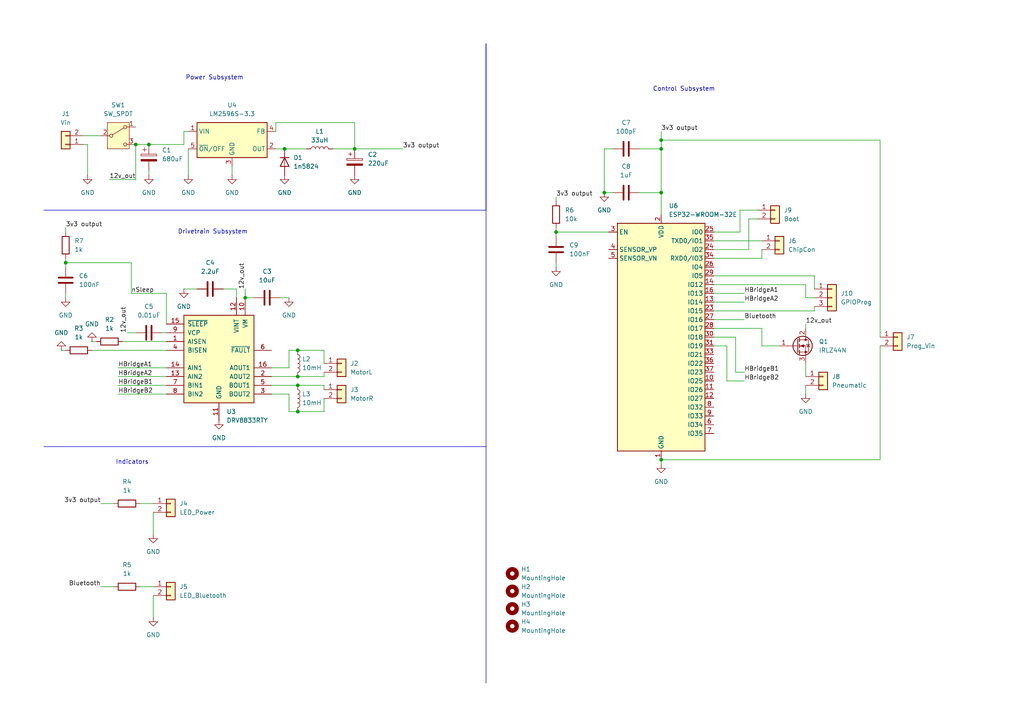
<source format=kicad_sch>
(kicad_sch (version 20231120) (generator "eeschema") (generator_version "8.0")
  (paper "A4")
  (lib_symbols
    (symbol "Connector_Generic:Conn_01x02" (pin_names (offset 1.016) hide)
      (property "Reference" "J" (at 0 2.54 0))
      (property "Value" "Conn_01x02" (at 0 -5.08 0))
      (symbol "Conn_01x02_1_1"
        (rectangle (start -1.27 -2.413) (end 0 -2.667) (stroke (width 0.1524)))
        (rectangle (start -1.27 0.127) (end 0 -0.127) (stroke (width 0.1524)))
        (rectangle (start -1.27 1.27) (end 1.27 -3.81) (stroke (width 0.254)) (fill (type background)))
        (pin passive line (at -5.08 0 0) (length 3.81) (name "Pin_1") (number "1"))
        (pin passive line (at -5.08 -2.54 0) (length 3.81) (name "Pin_2") (number "2"))
      )
    )
    (symbol "Connector_Generic:Conn_01x03" (pin_names (offset 1.016) hide)
      (property "Reference" "J" (at 0 5.08 0))
      (property "Value" "Conn_01x03" (at 0 -5.08 0))
      (symbol "Conn_01x03_1_1"
        (rectangle (start -1.27 -2.413) (end 0 -2.667) (stroke (width 0.1524)))
        (rectangle (start -1.27 0.127) (end 0 -0.127) (stroke (width 0.1524)))
        (rectangle (start -1.27 2.667) (end 0 2.413) (stroke (width 0.1524)))
        (rectangle (start -1.27 3.81) (end 1.27 -3.81) (stroke (width 0.254)) (fill (type background)))
        (pin passive line (at -5.08 2.54 0) (length 3.81) (name "Pin_1") (number "1"))
        (pin passive line (at -5.08 0 0) (length 3.81) (name "Pin_2") (number "2"))
        (pin passive line (at -5.08 -2.54 0) (length 3.81) (name "Pin_3") (number "3"))
      )
    )
    (symbol "Device:C" (pin_numbers hide) (pin_names (offset 0.254))
      (property "Reference" "C" (at 0.635 2.54 0))
      (property "Value" "C" (at 0.635 -2.54 0))
      (symbol "C_0_1"
        (polyline (pts (xy -2.032 -0.762) (xy 2.032 -0.762)) (stroke (width 0.508)))
        (polyline (pts (xy -2.032 0.762) (xy 2.032 0.762)) (stroke (width 0.508)))
      )
      (symbol "C_1_1"
        (pin passive line (at 0 3.81 270) (length 2.794) (name "~") (number "1"))
        (pin passive line (at 0 -3.81 90) (length 2.794) (name "~") (number "2"))
      )
    )
    (symbol "Device:C_Polarized" (pin_numbers hide) (pin_names (offset 0.254))
      (property "Reference" "C" (at 0.635 2.54 0))
      (property "Value" "C_Polarized" (at 0.635 -2.54 0))
      (symbol "C_Polarized_0_1"
        (rectangle (start -2.286 0.508) (end 2.286 1.016))
        (polyline (pts (xy -1.778 2.286) (xy -0.762 2.286)))
        (polyline (pts (xy -1.27 2.794) (xy -1.27 1.778)))
        (rectangle (start 2.286 -0.508) (end -2.286 -1.016) (fill (type outline)))
      )
      (symbol "C_Polarized_1_1"
        (pin passive line (at 0 3.81 270) (length 2.794) (name "~") (number "1"))
        (pin passive line (at 0 -3.81 90) (length 2.794) (name "~") (number "2"))
      )
    )
    (symbol "Device:D" (pin_numbers hide) (pin_names (offset 1.016) hide)
      (property "Reference" "D" (at 0 2.54 0))
      (property "Value" "D" (at 0 -2.54 0))
      (symbol "D_0_1"
        (polyline (pts (xy -1.27 1.27) (xy -1.27 -1.27)) (stroke (width 0.254)))
        (polyline (pts (xy 1.27 0) (xy -1.27 0)))
        (polyline (pts (xy 1.27 1.27) (xy 1.27 -1.27) (xy -1.27 0) (xy 1.27 1.27)) (stroke (width 0.254)))
      )
      (symbol "D_1_1"
        (pin passive line (at -3.81 0 0) (length 2.54) (name "K") (number "1"))
        (pin passive line (at 3.81 0 180) (length 2.54) (name "A") (number "2"))
      )
    )
    (symbol "Device:L" (pin_numbers hide) (pin_names (offset 1.016) hide)
      (property "Reference" "L" (at -1.27 0 90))
      (property "Value" "L" (at 1.905 0 90))
      (symbol "L_0_1"
        (arc (start 0 -2.54) (mid 0.6323 -1.905) (end 0 -1.27))
        (arc (start 0 -1.27) (mid 0.6323 -0.635) (end 0 0))
        (arc (start 0 0) (mid 0.6323 0.635) (end 0 1.27))
        (arc (start 0 1.27) (mid 0.6323 1.905) (end 0 2.54))
      )
      (symbol "L_1_1"
        (pin passive line (at 0 3.81 270) (length 1.27) (name "1") (number "1"))
        (pin passive line (at 0 -3.81 90) (length 1.27) (name "2") (number "2"))
      )
    )
    (symbol "Device:R" (pin_numbers hide) (pin_names (offset 0))
      (property "Reference" "R" (at 2.032 0 90))
      (property "Value" "R" (at 0 0 90))
      (symbol "R_0_1"
        (rectangle (start -1.016 -2.54) (end 1.016 2.54) (stroke (width 0.254)))
      )
      (symbol "R_1_1"
        (pin passive line (at 0 3.81 270) (length 1.27) (name "~") (number "1"))
        (pin passive line (at 0 -3.81 90) (length 1.27) (name "~") (number "2"))
      )
    )
    (symbol "Driver_Motor:DRV8833RTY" (pin_names (offset 1.016))
      (property "Reference" "U" (at -3.81 16.51 0))
      (property "Value" "DRV8833RTY" (at -3.81 13.97 0))
      (symbol "DRV8833RTY_0_1"
        (rectangle (start -10.16 12.7) (end 10.16 -12.7) (stroke (width 0.254)) (fill (type background)))
      )
      (symbol "DRV8833RTY_1_1"
        (pin bidirectional line (at -15.24 5.08 0) (length 5.08) (name "AISEN") (number "1"))
        (pin power_in line (at 7.62 17.78 270) (length 5.08) (name "VM") (number "10"))
        (pin power_in line (at 0 -17.78 90) (length 5.08) (name "GND") (number "11"))
        (pin power_in line (at 5.08 17.78 270) (length 5.08) (name "VINT") (number "12"))
        (pin input line (at -15.24 -5.08 0) (length 5.08) (name "AIN2") (number "13"))
        (pin input line (at -15.24 -2.54 0) (length 5.08) (name "AIN1") (number "14"))
        (pin input line (at -15.24 10.16 0) (length 5.08) (name "~{SLEEP}") (number "15"))
        (pin power_out line (at 15.24 -2.54 180) (length 5.08) (name "AOUT1") (number "16"))
        (pin passive line (at 0 -17.78 90) (length 5.08) hide (name "GND") (number "17"))
        (pin power_out line (at 15.24 -5.08 180) (length 5.08) (name "AOUT2") (number "2"))
        (pin power_out line (at 15.24 -10.16 180) (length 5.08) (name "BOUT2") (number "3"))
        (pin bidirectional line (at -15.24 2.54 0) (length 5.08) (name "BISEN") (number "4"))
        (pin power_out line (at 15.24 -7.62 180) (length 5.08) (name "BOUT1") (number "5"))
        (pin open_collector line (at 15.24 2.54 180) (length 5.08) (name "~{FAULT}") (number "6"))
        (pin input line (at -15.24 -7.62 0) (length 5.08) (name "BIN1") (number "7"))
        (pin input line (at -15.24 -10.16 0) (length 5.08) (name "BIN2") (number "8"))
        (pin bidirectional line (at -15.24 7.62 0) (length 5.08) (name "VCP") (number "9"))
      )
    )
    (symbol "Mechanical:MountingHole" (pin_names (offset 1.016)) (exclude_from_sim yes) (in_bom no)
      (property "Reference" "H" (at 0 5.08 0))
      (property "Value" "MountingHole" (at 0 3.175 0))
      (symbol "MountingHole_0_1"
        (circle (center 0 0) (radius 1.27) (stroke (width 1.27)))
      )
    )
    (symbol "RF_Module:ESP32-WROOM-32E"
      (property "Reference" "U" (at -12.7 34.29 0))
      (property "Value" "ESP32-WROOM-32E" (at 1.27 34.29 0))
      (symbol "ESP32-WROOM-32E_0_1"
        (rectangle (start -12.7 33.02) (end 12.7 -33.02) (stroke (width 0.254)) (fill (type background)))
      )
      (symbol "ESP32-WROOM-32E_1_1"
        (pin power_in line (at 0 -35.56 90) (length 2.54) (name "GND") (number "1"))
        (pin bidirectional line (at 15.24 -12.7 180) (length 2.54) (name "IO25") (number "10"))
        (pin bidirectional line (at 15.24 -15.24 180) (length 2.54) (name "IO26") (number "11"))
        (pin bidirectional line (at 15.24 -17.78 180) (length 2.54) (name "IO27") (number "12"))
        (pin bidirectional line (at 15.24 10.16 180) (length 2.54) (name "IO14") (number "13"))
        (pin bidirectional line (at 15.24 15.24 180) (length 2.54) (name "IO12") (number "14"))
        (pin passive line (at 0 -35.56 90) (length 2.54) hide (name "GND") (number "15"))
        (pin bidirectional line (at 15.24 12.7 180) (length 2.54) (name "IO13") (number "16"))
        (pin no_connect line (at -12.7 -5.08 0) (length 2.54) hide (name "NC") (number "17"))
        (pin no_connect line (at -12.7 -7.62 0) (length 2.54) hide (name "NC") (number "18"))
        (pin no_connect line (at -12.7 -12.7 0) (length 2.54) hide (name "NC") (number "19"))
        (pin power_in line (at 0 35.56 270) (length 2.54) (name "VDD") (number "2"))
        (pin no_connect line (at -12.7 -10.16 0) (length 2.54) hide (name "NC") (number "20"))
        (pin no_connect line (at -12.7 0 0) (length 2.54) hide (name "NC") (number "21"))
        (pin no_connect line (at -12.7 -2.54 0) (length 2.54) hide (name "NC") (number "22"))
        (pin bidirectional line (at 15.24 7.62 180) (length 2.54) (name "IO15") (number "23"))
        (pin bidirectional line (at 15.24 25.4 180) (length 2.54) (name "IO2") (number "24"))
        (pin bidirectional line (at 15.24 30.48 180) (length 2.54) (name "IO0") (number "25"))
        (pin bidirectional line (at 15.24 20.32 180) (length 2.54) (name "IO4") (number "26"))
        (pin bidirectional line (at 15.24 5.08 180) (length 2.54) (name "IO16") (number "27"))
        (pin bidirectional line (at 15.24 2.54 180) (length 2.54) (name "IO17") (number "28"))
        (pin bidirectional line (at 15.24 17.78 180) (length 2.54) (name "IO5") (number "29"))
        (pin input line (at -15.24 30.48 0) (length 2.54) (name "EN") (number "3"))
        (pin bidirectional line (at 15.24 0 180) (length 2.54) (name "IO18") (number "30"))
        (pin bidirectional line (at 15.24 -2.54 180) (length 2.54) (name "IO19") (number "31"))
        (pin no_connect line (at -12.7 -27.94 0) (length 2.54) hide (name "NC") (number "32"))
        (pin bidirectional line (at 15.24 -5.08 180) (length 2.54) (name "IO21") (number "33"))
        (pin bidirectional line (at 15.24 22.86 180) (length 2.54) (name "RXD0/IO3") (number "34"))
        (pin bidirectional line (at 15.24 27.94 180) (length 2.54) (name "TXD0/IO1") (number "35"))
        (pin bidirectional line (at 15.24 -7.62 180) (length 2.54) (name "IO22") (number "36"))
        (pin bidirectional line (at 15.24 -10.16 180) (length 2.54) (name "IO23") (number "37"))
        (pin passive line (at 0 -35.56 90) (length 2.54) hide (name "GND") (number "38"))
        (pin passive line (at 0 -35.56 90) (length 2.54) hide (name "GND") (number "39"))
        (pin input line (at -15.24 25.4 0) (length 2.54) (name "SENSOR_VP") (number "4"))
        (pin input line (at -15.24 22.86 0) (length 2.54) (name "SENSOR_VN") (number "5"))
        (pin input line (at 15.24 -25.4 180) (length 2.54) (name "IO34") (number "6"))
        (pin input line (at 15.24 -27.94 180) (length 2.54) (name "IO35") (number "7"))
        (pin bidirectional line (at 15.24 -20.32 180) (length 2.54) (name "IO32") (number "8"))
        (pin bidirectional line (at 15.24 -22.86 180) (length 2.54) (name "IO33") (number "9"))
      )
    )
    (symbol "Regulator_Switching:LM2596S-3.3"
      (property "Reference" "U" (at -10.16 6.35 0))
      (property "Value" "LM2596S-3.3" (at 0 6.35 0))
      (symbol "LM2596S-3.3_0_1"
        (rectangle (start -10.16 5.08) (end 10.16 -5.08) (stroke (width 0.254)) (fill (type background)))
      )
      (symbol "LM2596S-3.3_1_1"
        (pin power_in line (at -12.7 2.54 0) (length 2.54) (name "VIN") (number "1"))
        (pin output line (at 12.7 -2.54 180) (length 2.54) (name "OUT") (number "2"))
        (pin power_in line (at 0 -7.62 90) (length 2.54) (name "GND") (number "3"))
        (pin input line (at 12.7 2.54 180) (length 2.54) (name "FB") (number "4"))
        (pin input line (at -12.7 -2.54 0) (length 2.54) (name "~{ON}/OFF") (number "5"))
      )
    )
    (symbol "Switch:SW_SPDT" (pin_names (offset 0) hide)
      (property "Reference" "SW" (at 0 5.08 0))
      (property "Value" "SW_SPDT" (at 0 -5.08 0))
      (symbol "SW_SPDT_0_1"
        (circle (center -2.032 0) (radius 0.4572))
        (polyline (pts (xy -1.651 0.254) (xy 1.651 2.286)))
        (circle (center 2.032 -2.54) (radius 0.4572))
        (circle (center 2.032 2.54) (radius 0.4572))
      )
      (symbol "SW_SPDT_1_1"
        (rectangle (start -3.175 3.81) (end 3.175 -3.81) (fill (type background)))
        (pin passive line (at 5.08 2.54 180) (length 2.54) (name "A") (number "1"))
        (pin passive line (at -5.08 0 0) (length 2.54) (name "B") (number "2"))
        (pin passive line (at 5.08 -2.54 180) (length 2.54) (name "C") (number "3"))
      )
    )
    (symbol "Transistor_FET:IRLZ44N" (pin_names hide)
      (property "Reference" "Q" (at 5.08 1.905 0))
      (property "Value" "IRLZ44N" (at 5.08 0 0))
      (symbol "IRLZ44N_0_1"
        (polyline (pts (xy 0.254 0) (xy -2.54 0)))
        (polyline (pts (xy 0.254 1.905) (xy 0.254 -1.905)) (stroke (width 0.254)))
        (polyline (pts (xy 0.762 -1.27) (xy 0.762 -2.286)) (stroke (width 0.254)))
        (polyline (pts (xy 0.762 0.508) (xy 0.762 -0.508)) (stroke (width 0.254)))
        (polyline (pts (xy 0.762 2.286) (xy 0.762 1.27)) (stroke (width 0.254)))
        (polyline (pts (xy 2.54 2.54) (xy 2.54 1.778)))
        (polyline (pts (xy 2.54 -2.54) (xy 2.54 0) (xy 0.762 0)))
        (polyline (pts (xy 0.762 -1.778) (xy 3.302 -1.778) (xy 3.302 1.778) (xy 0.762 1.778)))
        (polyline (pts (xy 1.016 0) (xy 2.032 0.381) (xy 2.032 -0.381) (xy 1.016 0)) (fill (type outline)))
        (polyline (pts (xy 2.794 0.508) (xy 2.921 0.381) (xy 3.683 0.381) (xy 3.81 0.254)))
        (polyline (pts (xy 3.302 0.381) (xy 2.921 -0.254) (xy 3.683 -0.254) (xy 3.302 0.381)))
        (circle (center 1.651 0) (radius 2.794) (stroke (width 0.254)))
        (circle (center 2.54 -1.778) (radius 0.254) (fill (type outline)))
        (circle (center 2.54 1.778) (radius 0.254) (fill (type outline)))
      )
      (symbol "IRLZ44N_1_1"
        (pin input line (at -5.08 0 0) (length 2.54) (name "G") (number "1"))
        (pin passive line (at 2.54 5.08 270) (length 2.54) (name "D") (number "2"))
        (pin passive line (at 2.54 -5.08 90) (length 2.54) (name "S") (number "3"))
      )
    )
    (symbol "power:GND" (power) (pin_numbers hide) (pin_names (offset 0) hide)
      (property "Value" "GND" (at 0 -3.81 0))
      (symbol "GND_0_1"
        (polyline (pts (xy 0 0) (xy 0 -1.27) (xy 1.27 -1.27) (xy 0 -2.54) (xy -1.27 -1.27) (xy 0 -1.27)))
      )
      (symbol "GND_1_1"
        (pin power_in line (at 0 0 270) (length 0) (name "~") (number "1"))
      )
    )
  )
  (junction (at 102.87 43.18))
  (junction (at 86.36 109.22))
  (junction (at 191.77 43.18))
  (junction (at 161.29 67.31))
  (junction (at 82.55 43.18))
  (junction (at 19.05 76.2))
  (junction (at 191.77 40.64))
  (junction (at 86.36 111.76))
  (junction (at 175.26 55.88))
  (junction (at 191.77 133.35))
  (junction (at 86.36 101.6))
  (junction (at 71.12 86.36))
  (junction (at 191.77 55.88))
  (junction (at 39.37 41.91))
  (junction (at 86.36 119.38))
  (junction (at 43.18 41.91))
  (wire (pts (xy 233.68 111.76) (xy 233.68 114.3)))
  (wire (pts (xy 233.68 105.41) (xy 233.68 109.22)))
  (wire (pts (xy 175.26 43.18) (xy 175.26 55.88)))
  (wire (pts (xy 96.52 43.18) (xy 102.87 43.18)))
  (wire (pts (xy 233.68 93.98) (xy 233.68 95.25)))
  (wire (pts (xy 34.29 109.22) (xy 48.26 109.22)))
  (wire (pts (xy 26.67 99.06) (xy 27.94 99.06)))
  (wire (pts (xy 34.29 106.68) (xy 48.26 106.68)))
  (wire (pts (xy 161.29 76.2) (xy 161.29 77.47)))
  (wire (pts (xy 83.82 101.6) (xy 83.82 106.68)))
  (wire (pts (xy 93.98 111.76) (xy 93.98 113.03)))
  (wire (pts (xy 233.68 86.36) (xy 236.22 86.36)))
  (wire (pts (xy 38.1 85.09) (xy 48.26 85.09)))
  (wire (pts (xy 86.36 119.38) (xy 83.82 119.38)))
  (wire (pts (xy 43.18 49.53) (xy 43.18 50.8)))
  (wire (pts (xy 207.01 82.55) (xy 233.68 82.55)))
  (polyline (pts (xy 140.97 12.7) (xy 140.97 198.12)))
  (wire (pts (xy 19.05 74.93) (xy 19.05 76.2)))
  (wire (pts (xy 80.01 43.18) (xy 82.55 43.18)))
  (wire (pts (xy 40.64 170.18) (xy 44.45 170.18)))
  (wire (pts (xy 233.68 82.55) (xy 233.68 86.36)))
  (wire (pts (xy 213.36 97.79) (xy 213.36 107.95)))
  (wire (pts (xy 102.87 35.56) (xy 102.87 43.18)))
  (wire (pts (xy 185.42 55.88) (xy 191.77 55.88)))
  (wire (pts (xy 210.82 110.49) (xy 215.9 110.49)))
  (wire (pts (xy 83.82 86.36) (xy 81.28 86.36)))
  (wire (pts (xy 80.01 35.56) (xy 102.87 35.56)))
  (wire (pts (xy 93.98 119.38) (xy 86.36 119.38)))
  (wire (pts (xy 24.13 39.37) (xy 29.21 39.37)))
  (wire (pts (xy 40.64 146.05) (xy 44.45 146.05)))
  (wire (pts (xy 207.01 95.25) (xy 220.98 95.25)))
  (wire (pts (xy 19.05 85.09) (xy 19.05 86.36)))
  (wire (pts (xy 78.74 111.76) (xy 86.36 111.76)))
  (wire (pts (xy 191.77 38.1) (xy 191.77 40.64)))
  (wire (pts (xy 39.37 41.91) (xy 39.37 52.07)))
  (wire (pts (xy 17.78 101.6) (xy 19.05 101.6)))
  (wire (pts (xy 207.01 72.39) (xy 217.17 72.39)))
  (wire (pts (xy 102.87 43.18) (xy 116.84 43.18)))
  (wire (pts (xy 207.01 90.17) (xy 236.22 90.17)))
  (wire (pts (xy 255.27 133.35) (xy 255.27 100.33)))
  (wire (pts (xy 86.36 111.76) (xy 93.98 111.76)))
  (wire (pts (xy 220.98 100.33) (xy 226.06 100.33)))
  (wire (pts (xy 86.36 101.6) (xy 83.82 101.6)))
  (wire (pts (xy 207.01 92.71) (xy 215.9 92.71)))
  (wire (pts (xy 78.74 109.22) (xy 86.36 109.22)))
  (wire (pts (xy 93.98 105.41) (xy 93.98 101.6)))
  (wire (pts (xy 214.63 60.96) (xy 219.71 60.96)))
  (polyline (pts (xy 12.7 129.54) (xy 140.97 129.54)))
  (wire (pts (xy 236.22 80.01) (xy 236.22 83.82)))
  (wire (pts (xy 44.45 148.59) (xy 44.45 154.94)))
  (wire (pts (xy 207.01 80.01) (xy 236.22 80.01)))
  (wire (pts (xy 34.29 111.76) (xy 48.26 111.76)))
  (wire (pts (xy 34.29 114.3) (xy 48.26 114.3)))
  (wire (pts (xy 207.01 74.93) (xy 220.98 74.93)))
  (wire (pts (xy 207.01 85.09) (xy 215.9 85.09)))
  (wire (pts (xy 175.26 55.88) (xy 177.8 55.88)))
  (wire (pts (xy 19.05 66.04) (xy 19.05 67.31)))
  (wire (pts (xy 36.83 96.52) (xy 39.37 96.52)))
  (wire (pts (xy 213.36 107.95) (xy 215.9 107.95)))
  (wire (pts (xy 39.37 52.07) (xy 31.75 52.07)))
  (wire (pts (xy 93.98 115.57) (xy 93.98 119.38)))
  (wire (pts (xy 220.98 74.93) (xy 220.98 72.39)))
  (wire (pts (xy 210.82 100.33) (xy 210.82 110.49)))
  (polyline (pts (xy 140.97 12.7) (xy 140.97 60.96)))
  (wire (pts (xy 191.77 133.35) (xy 255.27 133.35)))
  (wire (pts (xy 29.21 146.05) (xy 33.02 146.05)))
  (wire (pts (xy 161.29 57.15) (xy 161.29 58.42)))
  (wire (pts (xy 93.98 109.22) (xy 93.98 107.95)))
  (polyline (pts (xy 12.7 60.96) (xy 140.97 60.96)))
  (wire (pts (xy 54.61 43.18) (xy 54.61 50.8)))
  (wire (pts (xy 191.77 43.18) (xy 191.77 55.88)))
  (wire (pts (xy 44.45 172.72) (xy 44.45 179.07)))
  (wire (pts (xy 161.29 66.04) (xy 161.29 67.31)))
  (wire (pts (xy 191.77 133.35) (xy 191.77 134.62)))
  (wire (pts (xy 207.01 69.85) (xy 220.98 69.85)))
  (wire (pts (xy 214.63 67.31) (xy 214.63 60.96)))
  (wire (pts (xy 83.82 106.68) (xy 78.74 106.68)))
  (wire (pts (xy 83.82 119.38) (xy 83.82 114.3)))
  (wire (pts (xy 191.77 40.64) (xy 255.27 40.64)))
  (wire (pts (xy 53.34 83.82) (xy 57.15 83.82)))
  (wire (pts (xy 191.77 55.88) (xy 191.77 62.23)))
  (wire (pts (xy 53.34 38.1) (xy 53.34 41.91)))
  (wire (pts (xy 207.01 67.31) (xy 214.63 67.31)))
  (wire (pts (xy 39.37 41.91) (xy 43.18 41.91)))
  (wire (pts (xy 207.01 97.79) (xy 213.36 97.79)))
  (wire (pts (xy 220.98 95.25) (xy 220.98 100.33)))
  (wire (pts (xy 53.34 41.91) (xy 43.18 41.91)))
  (wire (pts (xy 35.56 99.06) (xy 48.26 99.06)))
  (wire (pts (xy 217.17 72.39) (xy 217.17 63.5)))
  (wire (pts (xy 93.98 101.6) (xy 86.36 101.6)))
  (wire (pts (xy 185.42 43.18) (xy 191.77 43.18)))
  (wire (pts (xy 26.67 101.6) (xy 48.26 101.6)))
  (wire (pts (xy 207.01 87.63) (xy 215.9 87.63)))
  (wire (pts (xy 19.05 76.2) (xy 19.05 77.47)))
  (wire (pts (xy 217.17 63.5) (xy 219.71 63.5)))
  (wire (pts (xy 86.36 109.22) (xy 93.98 109.22)))
  (wire (pts (xy 82.55 43.18) (xy 88.9 43.18)))
  (wire (pts (xy 207.01 100.33) (xy 210.82 100.33)))
  (wire (pts (xy 83.82 114.3) (xy 78.74 114.3)))
  (wire (pts (xy 161.29 67.31) (xy 161.29 68.58)))
  (wire (pts (xy 80.01 35.56) (xy 80.01 38.1)))
  (wire (pts (xy 177.8 43.18) (xy 175.26 43.18)))
  (wire (pts (xy 71.12 86.36) (xy 73.66 86.36)))
  (wire (pts (xy 68.58 83.82) (xy 68.58 86.36)))
  (wire (pts (xy 48.26 85.09) (xy 48.26 93.98)))
  (wire (pts (xy 255.27 40.64) (xy 255.27 97.79)))
  (wire (pts (xy 236.22 90.17) (xy 236.22 88.9)))
  (wire (pts (xy 38.1 76.2) (xy 19.05 76.2)))
  (wire (pts (xy 38.1 85.09) (xy 38.1 76.2)))
  (wire (pts (xy 46.99 96.52) (xy 48.26 96.52)))
  (wire (pts (xy 71.12 83.82) (xy 71.12 86.36)))
  (wire (pts (xy 176.53 67.31) (xy 161.29 67.31)))
  (wire (pts (xy 24.13 41.91) (xy 25.4 41.91)))
  (wire (pts (xy 67.31 48.26) (xy 67.31 50.8)))
  (wire (pts (xy 64.77 83.82) (xy 68.58 83.82)))
  (wire (pts (xy 25.4 41.91) (xy 25.4 50.8)))
  (wire (pts (xy 191.77 40.64) (xy 191.77 43.18)))
  (wire (pts (xy 29.21 170.18) (xy 33.02 170.18)))
  (wire (pts (xy 53.34 38.1) (xy 54.61 38.1)))
  (text "Control Subsystem" (at 198.374 25.908 0) (effects (font (size 1.27 1.27))))
  (text "Indicators\n\n" (at 38.354 135.128 0) (effects (font (size 1.27 1.27))))
  (text "Power Subsystem\n" (at 62.23 22.606 0) (effects (font (size 1.27 1.27))))
  (text "Drivetrain Subsystem" (at 61.722 67.31 0) (effects (font (size 1.27 1.27))))
  (label "12v_out" (at 31.75 52.07 0))
  (label "12v_out" (at 233.68 93.98 0))
  (label "Bluetooth" (at 29.21 170.18 180))
  (label "HBridgeA1" (at 215.9 85.09 0))
  (label "3v3 output" (at 29.21 146.05 180))
  (label "HBridgeB1" (at 215.9 107.95 0))
  (label "3v3 output" (at 161.29 57.15 0))
  (label "12v_out" (at 36.83 96.52 90))
  (label "nSleep" (at 38.1 85.09 0))
  (label "12v_out" (at 71.12 83.82 90))
  (label "HBridgeB2" (at 34.29 114.3 0))
  (label "HBridgeA1" (at 34.29 106.68 0))
  (label "HBridgeA2" (at 215.9 87.63 0))
  (label "HBridgeA2" (at 34.29 109.22 0))
  (label "3v3 output" (at 191.77 38.1 0))
  (label "Bluetooth" (at 215.9 92.71 0))
  (label "HBridgeB2" (at 215.9 110.49 0))
  (label "HBridgeB1" (at 34.29 111.76 0))
  (label "3v3 output" (at 116.84 43.18 0))
  (label "3v3 output" (at 19.05 66.04 0))
  (symbol (lib_id "Device:C") (at 181.61 55.88 270) (unit 1)
    (property "Reference" "C8" (at 181.61 48.26 90))
    (property "Value" "1uF" (at 181.61 50.8 90))
    (property "Footprint" "Capacitor_SMD:C_0805_2012Metric_Pad1.18x1.45mm_HandSolder" (effects (hide yes)))
    (property "Description" "Unpolarized capacitor" (effects (hide yes)))
  )
  (symbol (lib_id "Connector_Generic:Conn_01x03") (at 241.3 86.36 0) (unit 1)
    (property "Reference" "J10" (at 243.84 85.0899 0) (effects (justify left)))
    (property "Value" "GPIOProg" (at 243.84 87.6299 0) (effects (justify left)))
    (property "Footprint" "Connector_Molex:Molex_KK-254_AE-6410-03A_1x03_P2.54mm_Vertical" (effects (hide yes)))
    (property "Description" "Generic connector, single row, 01x03, script generated (kicad-library-utils/schlib/autogen/connector/)" (effects (hide yes)))
  )
  (symbol (lib_id "Connector_Generic:Conn_01x02") (at 19.05 41.91 180) (unit 1)
    (property "Reference" "J1" (at 19.05 33.02 0))
    (property "Value" "Vin" (at 19.05 35.56 0))
    (property "Footprint" "Connector_Molex:Molex_KK-254_AE-6410-02A_1x02_P2.54mm_Vertical" (effects (hide yes)))
    (property "Description" "Generic connector, single row, 01x02, script generated (kicad-library-utils/schlib/autogen/connector/)" (effects (hide yes)))
  )
  (symbol (lib_id "power:GND") (at 82.55 50.8 0) (unit 1)
    (property "Reference" "#PWR02" (effects (hide yes)))
    (property "Value" "GND" (at 82.55 55.88 0))
    (property "Description" "Power symbol creates a global label with name \"GND\" , ground" (effects (hide yes)))
  )
  (symbol (lib_id "Device:C") (at 43.18 96.52 90) (unit 1)
    (property "Reference" "C5" (at 43.18 88.9 90))
    (property "Value" "0.01uF" (at 43.18 91.44 90))
    (property "Footprint" "Capacitor_SMD:C_0603_1608Metric_Pad1.08x0.95mm_HandSolder" (effects (hide yes)))
    (property "Description" "Unpolarized capacitor" (effects (hide yes)))
  )
  (symbol (lib_id "Device:L") (at 86.36 105.41 0) (unit 1)
    (property "Reference" "L2" (at 87.63 104.1399 0) (effects (justify left)))
    (property "Value" "10mH" (at 87.63 106.6799 0) (effects (justify left)))
    (property "Footprint" "Inductor_SMD:L_0603_1608Metric_Pad1.05x0.95mm_HandSolder" (effects (hide yes)))
    (property "Description" "Inductor" (effects (hide yes)))
  )
  (symbol (lib_id "Device:C_Polarized") (at 102.87 46.99 0) (unit 1)
    (property "Reference" "C2" (at 106.68 44.8309 0) (effects (justify left)))
    (property "Value" "220uF" (at 106.68 47.3709 0) (effects (justify left)))
    (property "Footprint" "Capacitor_THT:CP_Radial_D12.5mm_P5.00mm" (effects (hide yes)))
    (property "Description" "Polarized capacitor" (effects (hide yes)))
  )
  (symbol (lib_id "power:GND") (at 83.82 86.36 0) (unit 1)
    (property "Reference" "#PWR08" (effects (hide yes)))
    (property "Value" "GND" (at 83.82 91.44 0))
    (property "Description" "Power symbol creates a global label with name \"GND\" , ground" (effects (hide yes)))
  )
  (symbol (lib_id "RF_Module:ESP32-WROOM-32E") (at 191.77 97.79 0) (unit 1)
    (property "Reference" "U6" (at 193.9641 59.69 0) (effects (justify left)))
    (property "Value" "ESP32-WROOM-32E" (at 193.9641 62.23 0) (effects (justify left)))
    (property "Footprint" "RF_Module:ESP32-WROOM-32D" (effects (hide yes)))
    (property "Datasheet" "https://www.espressif.com/sites/default/files/documentation/esp32-wroom-32e_esp32-wroom-32ue_datasheet_en.pdf" (effects (hide yes)))
    (property "Description" "RF Module, ESP32-D0WD-V3 SoC, without PSRAM, Wi-Fi 802.11b/g/n, Bluetooth, BLE, 32-bit, 2.7-3.6V, onboard antenna, SMD" (effects (hide yes)))
  )
  (symbol (lib_id "Device:D") (at 82.55 46.99 270) (unit 1)
    (property "Reference" "D1" (at 85.09 45.7199 90) (effects (justify left)))
    (property "Value" "1n5824" (at 85.09 48.2599 90) (effects (justify left)))
    (property "Footprint" "Diode_THT:D_DO-201AD_P3.81mm_Vertical_AnodeUp" (effects (hide yes)))
    (property "Description" "Diode" (effects (hide yes)))
    (property "Sim.Device" "D" (effects (hide yes)))
    (property "Sim.Pins" "1=K 2=A" (effects (hide yes)))
  )
  (symbol (lib_id "Mechanical:MountingHole") (at 148.59 176.53 0) (unit 1) (exclude_from_sim yes) (in_bom no)
    (property "Reference" "H3" (at 151.13 175.2599 0) (effects (justify left)))
    (property "Value" "MountingHole" (at 151.13 177.7999 0) (effects (justify left)))
    (property "Footprint" "MountingHole:MountingHole_3.2mm_M3" (effects (hide yes)))
    (property "Description" "Mounting Hole without connection" (effects (hide yes)))
  )
  (symbol (lib_id "Mechanical:MountingHole") (at 148.59 171.45 0) (unit 1) (exclude_from_sim yes) (in_bom no)
    (property "Reference" "H2" (at 151.13 170.1799 0) (effects (justify left)))
    (property "Value" "MountingHole" (at 151.13 172.7199 0) (effects (justify left)))
    (property "Footprint" "MountingHole:MountingHole_3.2mm_M3" (effects (hide yes)))
    (property "Description" "Mounting Hole without connection" (effects (hide yes)))
  )
  (symbol (lib_id "power:GND") (at 233.68 114.3 0) (unit 1)
    (property "Reference" "#PWR04" (effects (hide yes)))
    (property "Value" "GND" (at 233.68 119.38 0))
    (property "Description" "Power symbol creates a global label with name \"GND\" , ground" (effects (hide yes)))
  )
  (symbol (lib_id "Mechanical:MountingHole") (at 148.59 181.61 0) (unit 1) (exclude_from_sim yes) (in_bom no)
    (property "Reference" "H4" (at 151.13 180.3399 0) (effects (justify left)))
    (property "Value" "MountingHole" (at 151.13 182.8799 0) (effects (justify left)))
    (property "Footprint" "MountingHole:MountingHole_3.2mm_M3" (effects (hide yes)))
    (property "Description" "Mounting Hole without connection" (effects (hide yes)))
  )
  (symbol (lib_id "Connector_Generic:Conn_01x02") (at 99.06 113.03 0) (unit 1)
    (property "Reference" "J3" (at 101.6 113.0299 0) (effects (justify left)))
    (property "Value" "MotorR" (at 101.6 115.5699 0) (effects (justify left)))
    (property "Footprint" "Connector_Molex:Molex_KK-254_AE-6410-02A_1x02_P2.54mm_Vertical" (effects (hide yes)))
    (property "Description" "Generic connector, single row, 01x02, script generated (kicad-library-utils/schlib/autogen/connector/)" (effects (hide yes)))
  )
  (symbol (lib_id "Device:C") (at 181.61 43.18 90) (unit 1)
    (property "Reference" "C7" (at 181.61 35.56 90))
    (property "Value" "100pF" (at 181.61 38.1 90))
    (property "Footprint" "Capacitor_SMD:C_0805_2012Metric_Pad1.18x1.45mm_HandSolder" (effects (hide yes)))
    (property "Description" "Unpolarized capacitor" (effects (hide yes)))
  )
  (symbol (lib_id "power:GND") (at 161.29 77.47 0) (unit 1)
    (property "Reference" "#PWR029" (effects (hide yes)))
    (property "Value" "GND" (at 161.29 82.55 0))
    (property "Description" "Power symbol creates a global label with name \"GND\" , ground" (effects (hide yes)))
  )
  (symbol (lib_id "Device:R") (at 31.75 99.06 90) (unit 1)
    (property "Reference" "R2" (at 31.75 92.71 90))
    (property "Value" "1k" (at 31.75 95.25 90))
    (property "Footprint" "Resistor_SMD:R_0805_2012Metric_Pad1.20x1.40mm_HandSolder" (effects (hide yes)))
    (property "Description" "Resistor" (effects (hide yes)))
  )
  (symbol (lib_id "Device:R") (at 36.83 170.18 90) (unit 1)
    (property "Reference" "R5" (at 36.83 163.83 90))
    (property "Value" "1k" (at 36.83 166.37 90))
    (property "Footprint" "Resistor_SMD:R_0805_2012Metric_Pad1.20x1.40mm_HandSolder" (effects (hide yes)))
    (property "Description" "Resistor" (effects (hide yes)))
  )
  (symbol (lib_id "Device:R") (at 36.83 146.05 90) (unit 1)
    (property "Reference" "R4" (at 36.83 139.7 90))
    (property "Value" "1k" (at 36.83 142.24 90))
    (property "Footprint" "Resistor_SMD:R_0805_2012Metric_Pad1.20x1.40mm_HandSolder" (effects (hide yes)))
    (property "Description" "Resistor" (effects (hide yes)))
  )
  (symbol (lib_id "Device:L") (at 86.36 115.57 0) (unit 1)
    (property "Reference" "L3" (at 87.63 114.2999 0) (effects (justify left)))
    (property "Value" "10mH" (at 87.63 116.8399 0) (effects (justify left)))
    (property "Footprint" "Inductor_SMD:L_0603_1608Metric_Pad1.05x0.95mm_HandSolder" (effects (hide yes)))
    (property "Description" "Inductor" (effects (hide yes)))
  )
  (symbol (lib_id "power:GND") (at 44.45 179.07 0) (unit 1)
    (property "Reference" "#PWR022" (effects (hide yes)))
    (property "Value" "GND" (at 44.45 184.15 0))
    (property "Description" "Power symbol creates a global label with name \"GND\" , ground" (effects (hide yes)))
  )
  (symbol (lib_id "power:GND") (at 44.45 154.94 0) (unit 1)
    (property "Reference" "#PWR023" (effects (hide yes)))
    (property "Value" "GND" (at 44.45 160.02 0))
    (property "Description" "Power symbol creates a global label with name \"GND\" , ground" (effects (hide yes)))
  )
  (symbol (lib_id "Connector_Generic:Conn_01x02") (at 226.06 69.85 0) (unit 1)
    (property "Reference" "J6" (at 228.6 69.8499 0) (effects (justify left)))
    (property "Value" "ChipCon" (at 228.6 72.3899 0) (effects (justify left)))
    (property "Footprint" "Connector_Molex:Molex_KK-254_AE-6410-02A_1x02_P2.54mm_Vertical" (effects (hide yes)))
    (property "Description" "Generic connector, single row, 01x02, script generated (kicad-library-utils/schlib/autogen/connector/)" (effects (hide yes)))
  )
  (symbol (lib_id "power:GND") (at 63.5 121.92 0) (unit 1)
    (property "Reference" "#PWR014" (effects (hide yes)))
    (property "Value" "GND" (at 63.5 127 0))
    (property "Description" "Power symbol creates a global label with name \"GND\" , ground" (effects (hide yes)))
  )
  (symbol (lib_id "Device:R") (at 22.86 101.6 90) (unit 1)
    (property "Reference" "R3" (at 22.86 95.25 90))
    (property "Value" "1k" (at 22.86 97.79 90))
    (property "Footprint" "Resistor_SMD:R_0805_2012Metric_Pad1.20x1.40mm_HandSolder" (effects (hide yes)))
    (property "Description" "Resistor" (effects (hide yes)))
  )
  (symbol (lib_id "power:GND") (at 54.61 50.8 0) (unit 1)
    (property "Reference" "#PWR06" (effects (hide yes)))
    (property "Value" "GND" (at 54.61 55.88 0))
    (property "Description" "Power symbol creates a global label with name \"GND\" , ground" (effects (hide yes)))
  )
  (symbol (lib_id "Device:C") (at 60.96 83.82 90) (unit 1)
    (property "Reference" "C4" (at 60.96 76.2 90))
    (property "Value" "2.2uF" (at 60.96 78.74 90))
    (property "Footprint" "Capacitor_SMD:C_0805_2012Metric_Pad1.18x1.45mm_HandSolder" (effects (hide yes)))
    (property "Description" "Unpolarized capacitor" (effects (hide yes)))
  )
  (symbol (lib_id "Device:R") (at 19.05 71.12 0) (unit 1)
    (property "Reference" "R7" (at 21.59 69.8499 0) (effects (justify left)))
    (property "Value" "1k" (at 21.59 72.3899 0) (effects (justify left)))
    (property "Footprint" "Resistor_SMD:R_0805_2012Metric_Pad1.20x1.40mm_HandSolder" (effects (hide yes)))
    (property "Description" "Resistor" (effects (hide yes)))
  )
  (symbol (lib_id "Device:C") (at 19.05 81.28 180) (unit 1)
    (property "Reference" "C6" (at 22.86 80.0099 0) (effects (justify right)))
    (property "Value" "100nF" (at 22.86 82.5499 0) (effects (justify right)))
    (property "Footprint" "Capacitor_SMD:C_0805_2012Metric_Pad1.18x1.45mm_HandSolder" (effects (hide yes)))
    (property "Description" "Unpolarized capacitor" (effects (hide yes)))
  )
  (symbol (lib_id "Device:C") (at 161.29 72.39 180) (unit 1)
    (property "Reference" "C9" (at 165.1 71.1199 0) (effects (justify right)))
    (property "Value" "100nF" (at 165.1 73.6599 0) (effects (justify right)))
    (property "Footprint" "Capacitor_SMD:C_0805_2012Metric_Pad1.18x1.45mm_HandSolder" (effects (hide yes)))
    (property "Description" "Unpolarized capacitor" (effects (hide yes)))
  )
  (symbol (lib_id "power:GND") (at 17.78 101.6 180) (unit 1)
    (property "Reference" "#PWR013" (effects (hide yes)))
    (property "Value" "GND" (at 17.78 96.52 0))
    (property "Description" "Power symbol creates a global label with name \"GND\" , ground" (effects (hide yes)))
  )
  (symbol (lib_id "Device:L") (at 92.71 43.18 90) (unit 1)
    (property "Reference" "L1" (at 92.71 38.1 90))
    (property "Value" "33uH" (at 92.71 40.64 90))
    (property "Footprint" "Inductor_SMD:L_0603_1608Metric_Pad1.05x0.95mm_HandSolder" (effects (hide yes)))
    (property "Description" "Inductor" (effects (hide yes)))
  )
  (symbol (lib_id "power:GND") (at 102.87 50.8 0) (unit 1)
    (property "Reference" "#PWR07" (effects (hide yes)))
    (property "Value" "GND" (at 102.87 55.88 0))
    (property "Description" "Power symbol creates a global label with name \"GND\" , ground" (effects (hide yes)))
  )
  (symbol (lib_id "Connector_Generic:Conn_01x02") (at 238.76 109.22 0) (unit 1)
    (property "Reference" "J8" (at 241.3 109.2199 0) (effects (justify left)))
    (property "Value" "Pneumatic" (at 241.3 111.7599 0) (effects (justify left)))
    (property "Footprint" "Connector_Molex:Molex_KK-254_AE-6410-02A_1x02_P2.54mm_Vertical" (effects (hide yes)))
    (property "Description" "Generic connector, single row, 01x02, script generated (kicad-library-utils/schlib/autogen/connector/)" (effects (hide yes)))
  )
  (symbol (lib_id "Regulator_Switching:LM2596S-3.3") (at 67.31 40.64 0) (unit 1)
    (property "Reference" "U4" (at 67.31 30.48 0))
    (property "Value" "LM2596S-3.3" (at 67.31 33.02 0))
    (property "Footprint" "Package_TO_SOT_SMD:TO-263-5_TabPin3" (effects (hide yes)))
    (property "Datasheet" "http://www.ti.com/lit/ds/symlink/lm2596.pdf" (effects (hide yes)))
    (property "Description" "3.3V 3A Step-Down Voltage Regulator, TO-263" (effects (hide yes)))
  )
  (symbol (lib_id "Switch:SW_SPDT") (at 34.29 39.37 0) (unit 1)
    (property "Reference" "SW1" (at 34.29 30.48 0))
    (property "Value" "SW_SPDT" (at 34.29 33.02 0))
    (property "Footprint" "Button_Switch_THT:SW_XKB_DM1-16UD-1" (effects (hide yes)))
    (property "Description" "Switch, single pole double throw" (effects (hide yes)))
  )
  (symbol (lib_id "Connector_Generic:Conn_01x02") (at 224.79 60.96 0) (unit 1)
    (property "Reference" "J9" (at 227.33 60.9599 0) (effects (justify left)))
    (property "Value" "Boot" (at 227.33 63.4999 0) (effects (justify left)))
    (property "Footprint" "Connector_Molex:Molex_KK-254_AE-6410-02A_1x02_P2.54mm_Vertical" (effects (hide yes)))
    (property "Description" "Generic connector, single row, 01x02, script generated (kicad-library-utils/schlib/autogen/connector/)" (effects (hide yes)))
  )
  (symbol (lib_id "power:GND") (at 67.31 50.8 0) (unit 1)
    (property "Reference" "#PWR01" (effects (hide yes)))
    (property "Value" "GND" (at 67.31 55.88 0))
    (property "Description" "Power symbol creates a global label with name \"GND\" , ground" (effects (hide yes)))
  )
  (symbol (lib_id "Connector_Generic:Conn_01x02") (at 99.06 105.41 0) (unit 1)
    (property "Reference" "J2" (at 101.6 105.4099 0) (effects (justify left)))
    (property "Value" "MotorL" (at 101.6 107.9499 0) (effects (justify left)))
    (property "Footprint" "Connector_Molex:Molex_KK-254_AE-6410-02A_1x02_P2.54mm_Vertical" (effects (hide yes)))
    (property "Description" "Generic connector, single row, 01x02, script generated (kicad-library-utils/schlib/autogen/connector/)" (effects (hide yes)))
  )
  (symbol (lib_id "Connector_Generic:Conn_01x02") (at 260.35 97.79 0) (unit 1)
    (property "Reference" "J7" (at 262.89 97.7899 0) (effects (justify left)))
    (property "Value" "Prog_Vin" (at 262.89 100.3299 0) (effects (justify left)))
    (property "Footprint" "Connector_Molex:Molex_KK-254_AE-6410-02A_1x02_P2.54mm_Vertical" (effects (hide yes)))
    (property "Description" "Generic connector, single row, 01x02, script generated (kicad-library-utils/schlib/autogen/connector/)" (effects (hide yes)))
  )
  (symbol (lib_id "power:GND") (at 191.77 134.62 0) (unit 1)
    (property "Reference" "#PWR025" (effects (hide yes)))
    (property "Value" "GND" (at 191.77 139.7 0))
    (property "Description" "Power symbol creates a global label with name \"GND\" , ground" (effects (hide yes)))
  )
  (symbol (lib_id "Driver_Motor:DRV8833RTY") (at 63.5 104.14 0) (unit 1)
    (property "Reference" "U3" (at 65.6941 119.38 0) (effects (justify left)))
    (property "Value" "DRV8833RTY" (at 65.6941 121.92 0) (effects (justify left)))
    (property "Footprint" "Package_DFN_QFN:Texas_RTY_WQFN-16-1EP_4x4mm_P0.65mm_EP2.1x2.1mm_ThermalVias" (effects (hide yes)))
    (property "Datasheet" "http://www.ti.com/lit/ds/symlink/drv8833.pdf" (effects (hide yes)))
    (property "Description" "Dual H-Bridge Motor Driver, WQFN-16" (effects (hide yes)))
  )
  (symbol (lib_id "power:GND") (at 53.34 83.82 0) (unit 1)
    (property "Reference" "#PWR010" (effects (hide yes)))
    (property "Value" "GND" (at 53.34 88.9 0))
    (property "Description" "Power symbol creates a global label with name \"GND\" , ground" (effects (hide yes)))
  )
  (symbol (lib_id "Device:R") (at 161.29 62.23 0) (unit 1)
    (property "Reference" "R6" (at 163.83 60.9599 0) (effects (justify left)))
    (property "Value" "10k" (at 163.83 63.4999 0) (effects (justify left)))
    (property "Footprint" "Resistor_SMD:R_0805_2012Metric_Pad1.20x1.40mm_HandSolder" (effects (hide yes)))
    (property "Description" "Resistor" (effects (hide yes)))
  )
  (symbol (lib_id "power:GND") (at 25.4 50.8 0) (unit 1)
    (property "Reference" "#PWR03" (effects (hide yes)))
    (property "Value" "GND" (at 25.4 55.88 0))
    (property "Description" "Power symbol creates a global label with name \"GND\" , ground" (effects (hide yes)))
  )
  (symbol (lib_id "Device:C_Polarized") (at 43.18 45.72 0) (unit 1)
    (property "Reference" "C1" (at 46.99 43.5609 0) (effects (justify left)))
    (property "Value" "680uF" (at 46.99 46.1009 0) (effects (justify left)))
    (property "Footprint" "Capacitor_THT:CP_Radial_D10.0mm_P5.00mm" (effects (hide yes)))
    (property "Description" "Polarized capacitor" (effects (hide yes)))
  )
  (symbol (lib_id "Connector_Generic:Conn_01x02") (at 49.53 170.18 0) (unit 1)
    (property "Reference" "J5" (at 52.07 170.1799 0) (effects (justify left)))
    (property "Value" "LED_Bluetooth" (at 52.07 172.7199 0) (effects (justify left)))
    (property "Footprint" "Connector_Molex:Molex_KK-254_AE-6410-02A_1x02_P2.54mm_Vertical" (effects (hide yes)))
    (property "Description" "Generic connector, single row, 01x02, script generated (kicad-library-utils/schlib/autogen/connector/)" (effects (hide yes)))
  )
  (symbol (lib_id "power:GND") (at 19.05 86.36 0) (unit 1)
    (property "Reference" "#PWR016" (effects (hide yes)))
    (property "Value" "GND" (at 19.05 91.44 0))
    (property "Description" "Power symbol creates a global label with name \"GND\" , ground" (effects (hide yes)))
  )
  (symbol (lib_id "power:GND") (at 175.26 55.88 0) (unit 1)
    (property "Reference" "#PWR028" (effects (hide yes)))
    (property "Value" "GND" (at 175.26 60.96 0))
    (property "Description" "Power symbol creates a global label with name \"GND\" , ground" (effects (hide yes)))
  )
  (symbol (lib_id "power:GND") (at 43.18 50.8 0) (unit 1)
    (property "Reference" "#PWR05" (effects (hide yes)))
    (property "Value" "GND" (at 43.18 55.88 0))
    (property "Description" "Power symbol creates a global label with name \"GND\" , ground" (effects (hide yes)))
  )
  (symbol (lib_id "Device:C") (at 77.47 86.36 270) (unit 1)
    (property "Reference" "C3" (at 77.47 78.74 90))
    (property "Value" "10uF" (at 77.47 81.28 90))
    (property "Footprint" "Capacitor_SMD:C_0805_2012Metric_Pad1.18x1.45mm_HandSolder" (effects (hide yes)))
    (property "Description" "Unpolarized capacitor" (effects (hide yes)))
  )
  (symbol (lib_id "Mechanical:MountingHole") (at 148.59 166.37 0) (unit 1) (exclude_from_sim yes) (in_bom no)
    (property "Reference" "H1" (at 151.13 165.0999 0) (effects (justify left)))
    (property "Value" "MountingHole" (at 151.13 167.6399 0) (effects (justify left)))
    (property "Footprint" "MountingHole:MountingHole_3.2mm_M3" (effects (hide yes)))
    (property "Description" "Mounting Hole without connection" (effects (hide yes)))
  )
  (symbol (lib_id "Connector_Generic:Conn_01x02") (at 49.53 146.05 0) (unit 1)
    (property "Reference" "J4" (at 52.07 146.0499 0) (effects (justify left)))
    (property "Value" "LED_Power" (at 52.07 148.5899 0) (effects (justify left)))
    (property "Footprint" "Connector_Molex:Molex_KK-254_AE-6410-02A_1x02_P2.54mm_Vertical" (effects (hide yes)))
    (property "Description" "Generic connector, single row, 01x02, script generated (kicad-library-utils/schlib/autogen/connector/)" (effects (hide yes)))
  )
  (symbol (lib_id "Transistor_FET:IRLZ44N") (at 231.14 100.33 0) (unit 1)
    (property "Reference" "Q1" (at 237.49 99.0599 0) (effects (justify left)))
    (property "Value" "IRLZ44N" (at 237.49 101.5999 0) (effects (justify left)))
    (property "Footprint" "Package_TO_SOT_THT:TO-220-3_Vertical" (effects (hide yes)))
    (property "Datasheet" "http://www.irf.com/product-info/datasheets/data/irlz44n.pdf" (effects (hide yes)))
    (property "Description" "47A Id, 55V Vds, 22mOhm Rds Single N-Channel HEXFET Power MOSFET, TO-220AB" (effects (hide yes)))
  )
  (symbol (lib_id "power:GND") (at 26.67 99.06 180) (unit 1)
    (property "Reference" "#PWR012" (effects (hide yes)))
    (property "Value" "GND" (at 26.67 93.98 0))
    (property "Description" "Power symbol creates a global label with name \"GND\" , ground" (effects (hide yes)))
  )
)
</source>
